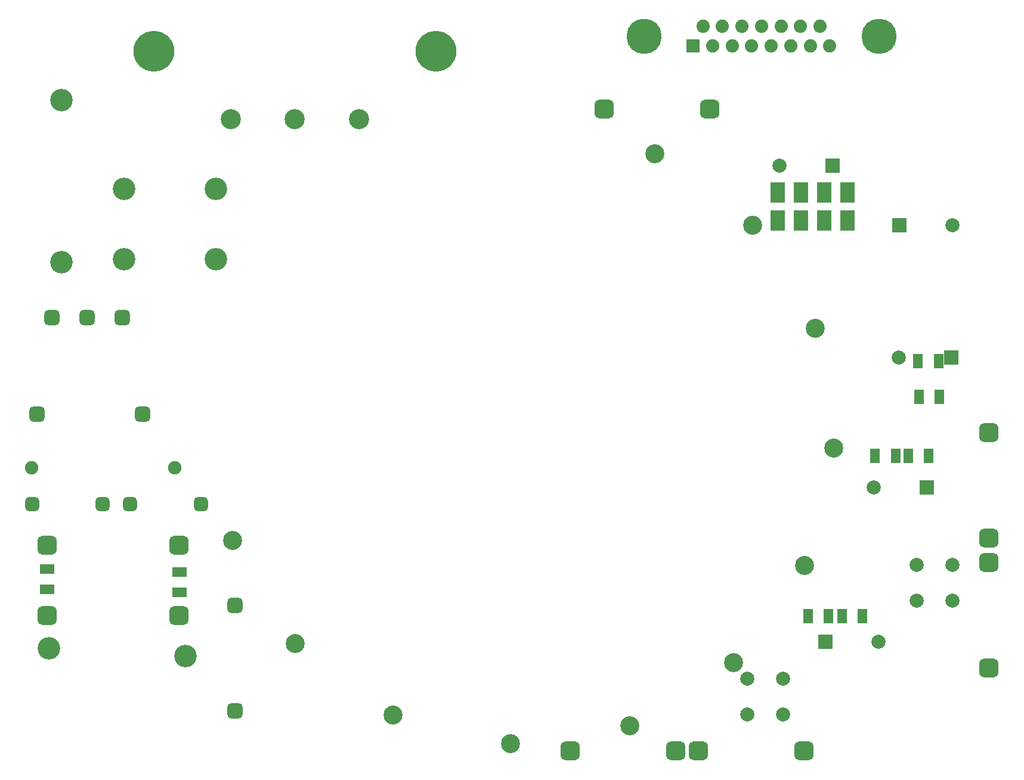
<source format=gbs>
G04*
G04 #@! TF.GenerationSoftware,Altium Limited,Altium Designer,21.8.1 (53)*
G04*
G04 Layer_Color=16711935*
%FSLAX25Y25*%
%MOIN*%
G70*
G04*
G04 #@! TF.SameCoordinates,BA8C8D60-F292-4EEE-BDFD-628FF9351DC8*
G04*
G04*
G04 #@! TF.FilePolarity,Negative*
G04*
G01*
G75*
%ADD16R,0.05328X0.07887*%
%ADD17C,0.22847*%
%ADD18C,0.11233*%
%ADD19C,0.07887*%
%ADD20R,0.07887X0.07887*%
G04:AMPARAMS|DCode=21|XSize=106.42mil|YSize=106.42mil|CornerRadius=28.61mil|HoleSize=0mil|Usage=FLASHONLY|Rotation=180.000|XOffset=0mil|YOffset=0mil|HoleType=Round|Shape=RoundedRectangle|*
%AMROUNDEDRECTD21*
21,1,0.10642,0.04921,0,0,180.0*
21,1,0.04921,0.10642,0,0,180.0*
1,1,0.05721,-0.02461,0.02461*
1,1,0.05721,0.02461,0.02461*
1,1,0.05721,0.02461,-0.02461*
1,1,0.05721,-0.02461,-0.02461*
%
%ADD21ROUNDEDRECTD21*%
%ADD22C,0.10642*%
G04:AMPARAMS|DCode=23|XSize=106.42mil|YSize=106.42mil|CornerRadius=28.61mil|HoleSize=0mil|Usage=FLASHONLY|Rotation=90.000|XOffset=0mil|YOffset=0mil|HoleType=Round|Shape=RoundedRectangle|*
%AMROUNDEDRECTD23*
21,1,0.10642,0.04921,0,0,90.0*
21,1,0.04921,0.10642,0,0,90.0*
1,1,0.05721,0.02461,0.02461*
1,1,0.05721,0.02461,-0.02461*
1,1,0.05721,-0.02461,-0.02461*
1,1,0.05721,-0.02461,0.02461*
%
%ADD23ROUNDEDRECTD23*%
%ADD24C,0.12611*%
G04:AMPARAMS|DCode=25|XSize=86.74mil|YSize=86.74mil|CornerRadius=23.68mil|HoleSize=0mil|Usage=FLASHONLY|Rotation=90.000|XOffset=0mil|YOffset=0mil|HoleType=Round|Shape=RoundedRectangle|*
%AMROUNDEDRECTD25*
21,1,0.08674,0.03937,0,0,90.0*
21,1,0.03937,0.08674,0,0,90.0*
1,1,0.04737,0.01968,0.01968*
1,1,0.04737,0.01968,-0.01968*
1,1,0.04737,-0.01968,-0.01968*
1,1,0.04737,-0.01968,0.01968*
%
%ADD25ROUNDEDRECTD25*%
%ADD26C,0.07493*%
G04:AMPARAMS|DCode=27|XSize=86.74mil|YSize=86.74mil|CornerRadius=23.68mil|HoleSize=0mil|Usage=FLASHONLY|Rotation=180.000|XOffset=0mil|YOffset=0mil|HoleType=Round|Shape=RoundedRectangle|*
%AMROUNDEDRECTD27*
21,1,0.08674,0.03937,0,0,180.0*
21,1,0.03937,0.08674,0,0,180.0*
1,1,0.04737,-0.01968,0.01968*
1,1,0.04737,0.01968,0.01968*
1,1,0.04737,0.01968,-0.01968*
1,1,0.04737,-0.01968,-0.01968*
%
%ADD27ROUNDEDRECTD27*%
G04:AMPARAMS|DCode=28|XSize=78.87mil|YSize=78.87mil|CornerRadius=21.72mil|HoleSize=0mil|Usage=FLASHONLY|Rotation=180.000|XOffset=0mil|YOffset=0mil|HoleType=Round|Shape=RoundedRectangle|*
%AMROUNDEDRECTD28*
21,1,0.07887,0.03543,0,0,180.0*
21,1,0.03543,0.07887,0,0,180.0*
1,1,0.04343,-0.01772,0.01772*
1,1,0.04343,0.01772,0.01772*
1,1,0.04343,0.01772,-0.01772*
1,1,0.04343,-0.01772,-0.01772*
%
%ADD28ROUNDEDRECTD28*%
%ADD29R,0.07453X0.07453*%
%ADD30C,0.07453*%
%ADD31C,0.19698*%
%ADD55R,0.07887X0.05328*%
%ADD56R,0.08477X0.11233*%
D16*
X176709Y-130500D02*
D03*
X165291D02*
D03*
X195709D02*
D03*
X184291D02*
D03*
X202791Y-41000D02*
D03*
X214209D02*
D03*
X221291D02*
D03*
X232709D02*
D03*
X238709Y-8000D02*
D03*
X227291D02*
D03*
X226791Y12000D02*
D03*
X238209D02*
D03*
D17*
X-42760Y185248D02*
D03*
X-200240D02*
D03*
D18*
X-157484Y147256D02*
D03*
X-121500Y147256D02*
D03*
X-85516Y147256D02*
D03*
D19*
X149472Y121500D02*
D03*
X226000Y-102000D02*
D03*
X246000D02*
D03*
Y-122000D02*
D03*
X226000D02*
D03*
X215972Y14000D02*
D03*
X202000Y-58500D02*
D03*
X246000Y88000D02*
D03*
X204528Y-145000D02*
D03*
X151500Y-165500D02*
D03*
Y-185500D02*
D03*
X131500D02*
D03*
Y-165500D02*
D03*
D20*
X179000Y121500D02*
D03*
X245500Y14000D02*
D03*
X231528Y-58500D02*
D03*
X216472Y88000D02*
D03*
X175000Y-145000D02*
D03*
D21*
X-260000Y-130370D02*
D03*
Y-91000D02*
D03*
X-186181D02*
D03*
Y-130370D02*
D03*
X110500Y153000D02*
D03*
X51445Y153000D02*
D03*
X163055Y-206000D02*
D03*
X104000D02*
D03*
X91500D02*
D03*
X32445D02*
D03*
D22*
X-156281Y-88248D02*
D03*
X-121217Y-146031D02*
D03*
X-66710Y-185998D02*
D03*
X-1056Y-202063D02*
D03*
X65748Y-191781D02*
D03*
X123531Y-156717D02*
D03*
X163498Y-102209D02*
D03*
X179563Y-36556D02*
D03*
X169281Y30248D02*
D03*
X134217Y88031D02*
D03*
X79710Y127998D02*
D03*
D23*
X266500Y-28000D02*
D03*
Y-87055D02*
D03*
Y-100445D02*
D03*
Y-159500D02*
D03*
D24*
X-182500Y-153000D02*
D03*
X-259000Y-148500D02*
D03*
X-252000Y67500D02*
D03*
Y158051D02*
D03*
X-217000Y69130D02*
D03*
Y108500D02*
D03*
X-165819Y69130D02*
D03*
Y108500D02*
D03*
D25*
X-155000Y-124500D02*
D03*
Y-183555D02*
D03*
D26*
X-188500Y-47500D02*
D03*
X-268500D02*
D03*
D27*
X-257370Y36500D02*
D03*
X-237685D02*
D03*
X-218000D02*
D03*
X-265555Y-17500D02*
D03*
X-206500D02*
D03*
D28*
X-268370Y-68000D02*
D03*
X-229000D02*
D03*
X-174130D02*
D03*
X-213500D02*
D03*
D29*
X101114Y188319D02*
D03*
D30*
X106567Y199500D02*
D03*
X112020Y188319D02*
D03*
X117473Y199500D02*
D03*
X122925Y188319D02*
D03*
X128378Y199500D02*
D03*
X133831Y188319D02*
D03*
X139284Y199500D02*
D03*
X144736Y188319D02*
D03*
X150189Y199500D02*
D03*
X155642Y188319D02*
D03*
X161094Y199500D02*
D03*
X166547Y188319D02*
D03*
X172000Y199500D02*
D03*
X177453Y188319D02*
D03*
D31*
X73693Y193910D02*
D03*
X204874D02*
D03*
D55*
X-186000Y-105791D02*
D03*
Y-117209D02*
D03*
X-260000Y-104291D02*
D03*
Y-115709D02*
D03*
D56*
X174500Y106276D02*
D03*
Y90724D02*
D03*
X161500Y106276D02*
D03*
Y90724D02*
D03*
X187500D02*
D03*
Y106276D02*
D03*
X148500Y90724D02*
D03*
Y106276D02*
D03*
M02*

</source>
